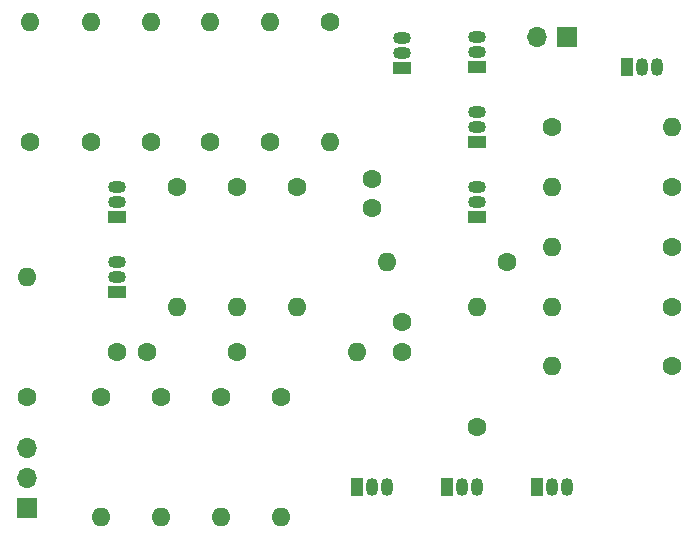
<source format=gbr>
%TF.GenerationSoftware,KiCad,Pcbnew,(6.0.10)*%
%TF.CreationDate,2023-01-20T12:03:37+09:00*%
%TF.ProjectId,KCS_UART_THT,4b43535f-5541-4525-945f-5448542e6b69,rev?*%
%TF.SameCoordinates,Original*%
%TF.FileFunction,Soldermask,Top*%
%TF.FilePolarity,Negative*%
%FSLAX46Y46*%
G04 Gerber Fmt 4.6, Leading zero omitted, Abs format (unit mm)*
G04 Created by KiCad (PCBNEW (6.0.10)) date 2023-01-20 12:03:37*
%MOMM*%
%LPD*%
G01*
G04 APERTURE LIST*
%ADD10C,1.600000*%
%ADD11O,1.600000X1.600000*%
%ADD12R,1.700000X1.700000*%
%ADD13O,1.700000X1.700000*%
%ADD14R,1.050000X1.500000*%
%ADD15O,1.050000X1.500000*%
%ADD16R,1.500000X1.050000*%
%ADD17O,1.500000X1.050000*%
G04 APERTURE END LIST*
D10*
%TO.C,R14*%
X74930000Y-113030000D03*
D11*
X74930000Y-102870000D03*
%TD*%
D10*
%TO.C,R3*%
X49530000Y-92710000D03*
D11*
X49530000Y-102870000D03*
%TD*%
D12*
%TO.C,INPUT*%
X36770000Y-119888000D03*
D13*
X36770000Y-117348000D03*
X36770000Y-114808000D03*
%TD*%
D10*
%TO.C,R19*%
X52270000Y-88900000D03*
D11*
X52270000Y-78740000D03*
%TD*%
D10*
%TO.C,R10*%
X91440000Y-107850000D03*
D11*
X81280000Y-107850000D03*
%TD*%
D10*
%TO.C,R17*%
X42210000Y-88900000D03*
D11*
X42210000Y-78740000D03*
%TD*%
D14*
%TO.C,Q5*%
X72390000Y-118110000D03*
D15*
X73660000Y-118110000D03*
X74930000Y-118110000D03*
%TD*%
D10*
%TO.C,R20*%
X37030000Y-88900000D03*
D11*
X37030000Y-78740000D03*
%TD*%
D10*
%TO.C,R22*%
X62430000Y-78740000D03*
D11*
X62430000Y-88900000D03*
%TD*%
D16*
%TO.C,Q2*%
X44450000Y-101600000D03*
D17*
X44450000Y-100330000D03*
X44450000Y-99060000D03*
%TD*%
D16*
%TO.C,Q7*%
X74930000Y-82550000D03*
D17*
X74930000Y-81280000D03*
X74930000Y-80010000D03*
%TD*%
D10*
%TO.C,C1*%
X44450000Y-106680000D03*
X46950000Y-106680000D03*
%TD*%
%TO.C,R7*%
X59690000Y-92710000D03*
D11*
X59690000Y-102870000D03*
%TD*%
D10*
%TO.C,R13*%
X91440000Y-92710000D03*
D11*
X81280000Y-92710000D03*
%TD*%
D10*
%TO.C,R6*%
X54610000Y-92710000D03*
D11*
X54610000Y-102870000D03*
%TD*%
D16*
%TO.C,Q9*%
X68580000Y-82671130D03*
D17*
X68580000Y-81401130D03*
X68580000Y-80131130D03*
%TD*%
D10*
%TO.C,R8*%
X58320000Y-110490000D03*
D11*
X58320000Y-120650000D03*
%TD*%
D10*
%TO.C,R4*%
X48160000Y-110490000D03*
D11*
X48160000Y-120650000D03*
%TD*%
D10*
%TO.C,C3*%
X66040000Y-94540000D03*
X66040000Y-92040000D03*
%TD*%
%TO.C,R9*%
X54610000Y-106680000D03*
D11*
X64770000Y-106680000D03*
%TD*%
D10*
%TO.C,R1*%
X36770000Y-110490000D03*
D11*
X36770000Y-100330000D03*
%TD*%
D10*
%TO.C,R5*%
X53240000Y-110490000D03*
D11*
X53240000Y-120650000D03*
%TD*%
D10*
%TO.C,R16*%
X81280000Y-87630000D03*
D11*
X91440000Y-87630000D03*
%TD*%
D10*
%TO.C,R12*%
X91440000Y-97790000D03*
D11*
X81280000Y-97790000D03*
%TD*%
D16*
%TO.C,Q1*%
X44450000Y-95250000D03*
D17*
X44450000Y-93980000D03*
X44450000Y-92710000D03*
%TD*%
D10*
%TO.C,C2*%
X68580000Y-106680000D03*
X68580000Y-104180000D03*
%TD*%
%TO.C,R2*%
X43080000Y-110490000D03*
D11*
X43080000Y-120650000D03*
%TD*%
D12*
%TO.C,OUT*%
X82550000Y-80010000D03*
D13*
X80010000Y-80010000D03*
%TD*%
D16*
%TO.C,Q10*%
X74930000Y-88923217D03*
D17*
X74930000Y-87653217D03*
X74930000Y-86383217D03*
%TD*%
D10*
%TO.C,R11*%
X91440000Y-102870000D03*
D11*
X81280000Y-102870000D03*
%TD*%
D14*
%TO.C,Q3*%
X80010000Y-118110000D03*
D15*
X81280000Y-118110000D03*
X82550000Y-118110000D03*
%TD*%
D10*
%TO.C,R15*%
X77470000Y-99060000D03*
D11*
X67310000Y-99060000D03*
%TD*%
D16*
%TO.C,Q6*%
X74930000Y-95250000D03*
D17*
X74930000Y-93980000D03*
X74930000Y-92710000D03*
%TD*%
D14*
%TO.C,Q4*%
X64770000Y-118110000D03*
D15*
X66040000Y-118110000D03*
X67310000Y-118110000D03*
%TD*%
D10*
%TO.C,R21*%
X57350000Y-88900000D03*
D11*
X57350000Y-78740000D03*
%TD*%
D10*
%TO.C,R18*%
X47290000Y-88900000D03*
D11*
X47290000Y-78740000D03*
%TD*%
D14*
%TO.C,Q8*%
X87630000Y-82550000D03*
D15*
X88900000Y-82550000D03*
X90170000Y-82550000D03*
%TD*%
M02*

</source>
